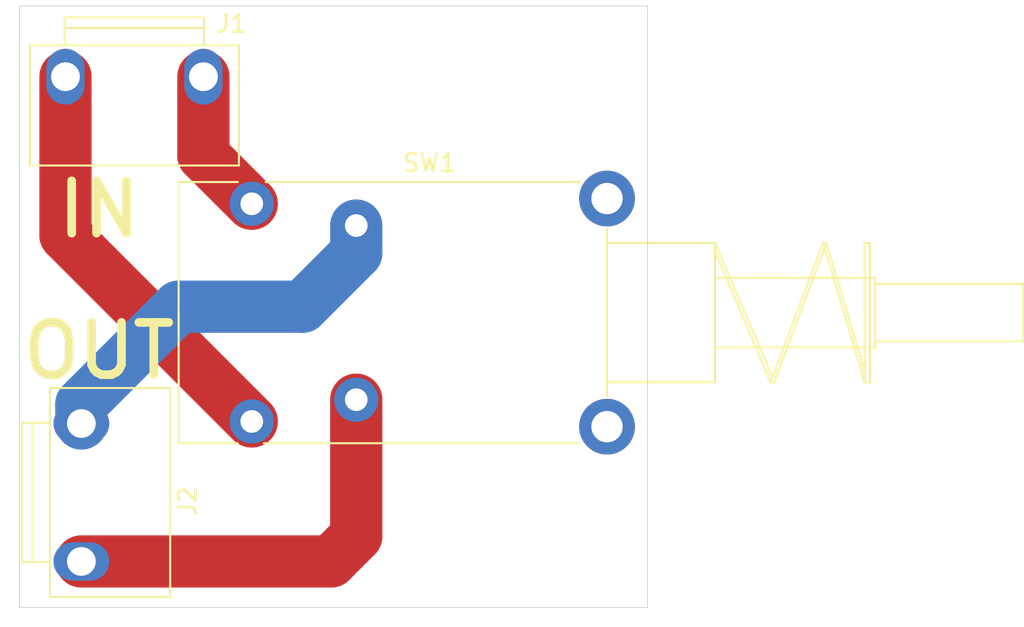
<source format=kicad_pcb>
(kicad_pcb (version 20171130) (host pcbnew "(5.1.0)-1")

  (general
    (thickness 1.6)
    (drawings 6)
    (tracks 12)
    (zones 0)
    (modules 5)
    (nets 5)
  )

  (page A4)
  (layers
    (0 F.Cu signal)
    (31 B.Cu signal)
    (32 B.Adhes user)
    (33 F.Adhes user)
    (34 B.Paste user)
    (35 F.Paste user)
    (36 B.SilkS user)
    (37 F.SilkS user)
    (38 B.Mask user)
    (39 F.Mask user)
    (40 Dwgs.User user)
    (41 Cmts.User user)
    (42 Eco1.User user)
    (43 Eco2.User user)
    (44 Edge.Cuts user)
    (45 Margin user)
    (46 B.CrtYd user)
    (47 F.CrtYd user)
    (48 B.Fab user)
    (49 F.Fab user)
  )

  (setup
    (last_trace_width 3)
    (user_trace_width 2)
    (user_trace_width 3)
    (trace_clearance 0.2)
    (zone_clearance 0.508)
    (zone_45_only no)
    (trace_min 0.2)
    (via_size 0.8)
    (via_drill 0.4)
    (via_min_size 0.4)
    (via_min_drill 0.3)
    (uvia_size 0.3)
    (uvia_drill 0.1)
    (uvias_allowed no)
    (uvia_min_size 0.2)
    (uvia_min_drill 0.1)
    (edge_width 0.05)
    (segment_width 0.2)
    (pcb_text_width 0.3)
    (pcb_text_size 1.5 1.5)
    (mod_edge_width 0.12)
    (mod_text_size 1 1)
    (mod_text_width 0.15)
    (pad_size 1.524 1.524)
    (pad_drill 0.762)
    (pad_to_mask_clearance 0.051)
    (solder_mask_min_width 0.25)
    (aux_axis_origin 0 0)
    (visible_elements FFFFFF7F)
    (pcbplotparams
      (layerselection 0x010fc_ffffffff)
      (usegerberextensions false)
      (usegerberattributes false)
      (usegerberadvancedattributes false)
      (creategerberjobfile false)
      (excludeedgelayer true)
      (linewidth 0.100000)
      (plotframeref false)
      (viasonmask false)
      (mode 1)
      (useauxorigin false)
      (hpglpennumber 1)
      (hpglpenspeed 20)
      (hpglpendiameter 15.000000)
      (psnegative false)
      (psa4output false)
      (plotreference true)
      (plotvalue true)
      (plotinvisibletext false)
      (padsonsilk false)
      (subtractmaskfromsilk false)
      (outputformat 1)
      (mirror false)
      (drillshape 1)
      (scaleselection 1)
      (outputdirectory ""))
  )

  (net 0 "")
  (net 1 "Net-(J1-Pad1)")
  (net 2 "Net-(J1-Pad2)")
  (net 3 "Net-(J2-Pad2)")
  (net 4 "Net-(J2-Pad1)")

  (net_class Default "This is the default net class."
    (clearance 0.2)
    (trace_width 0.25)
    (via_dia 0.8)
    (via_drill 0.4)
    (uvia_dia 0.3)
    (uvia_drill 0.1)
    (add_net "Net-(J1-Pad1)")
    (add_net "Net-(J1-Pad2)")
    (add_net "Net-(J2-Pad1)")
    (add_net "Net-(J2-Pad2)")
  )

  (module MountingHole:MountingHole_3.5mm (layer F.Cu) (tedit 56D1B4CB) (tstamp 5CF10A99)
    (at 92.964 52.324)
    (descr "Mounting Hole 3.5mm, no annular")
    (tags "mounting hole 3.5mm no annular")
    (attr virtual)
    (fp_text reference REF** (at 0 -4.5) (layer F.SilkS) hide
      (effects (font (size 1 1) (thickness 0.15)))
    )
    (fp_text value MountingHole_3.5mm (at 0 4.5) (layer F.Fab)
      (effects (font (size 1 1) (thickness 0.15)))
    )
    (fp_circle (center 0 0) (end 3.75 0) (layer F.CrtYd) (width 0.05))
    (fp_circle (center 0 0) (end 3.5 0) (layer Cmts.User) (width 0.15))
    (fp_text user %R (at 0.3 -4.572) (layer F.Fab)
      (effects (font (size 1 1) (thickness 0.15)))
    )
    (pad 1 np_thru_hole circle (at 0 0) (size 3.5 3.5) (drill 3.5) (layers *.Cu *.Mask))
  )

  (module MountingHole:MountingHole_3.5mm (layer F.Cu) (tedit 56D1B4CB) (tstamp 5CF10EB0)
    (at 107.188 77.216)
    (descr "Mounting Hole 3.5mm, no annular")
    (tags "mounting hole 3.5mm no annular")
    (attr virtual)
    (fp_text reference REF** (at 0 -4.5) (layer F.SilkS) hide
      (effects (font (size 1 1) (thickness 0.15)))
    )
    (fp_text value MountingHole_3.5mm (at 0 4.5) (layer F.Fab)
      (effects (font (size 1 1) (thickness 0.15)))
    )
    (fp_circle (center 0 0) (end 3.75 0) (layer F.CrtYd) (width 0.05))
    (fp_circle (center 0 0) (end 3.5 0) (layer Cmts.User) (width 0.15))
    (fp_text user %R (at 0.3 0) (layer F.Fab)
      (effects (font (size 1 1) (thickness 0.15)))
    )
    (pad 1 np_thru_hole circle (at 0 0) (size 3.5 3.5) (drill 3.5) (layers *.Cu *.Mask))
  )

  (module preample:B2P3-VH (layer F.Cu) (tedit 5CF0A145) (tstamp 5CF1055B)
    (at 82.804 51.308 180)
    (path /5CEE0B48)
    (fp_text reference J1 (at -5.588 3.048 180) (layer F.SilkS)
      (effects (font (size 1 1) (thickness 0.15)))
    )
    (fp_text value Conn_01x02_Female (at 0 -7.5 180) (layer F.Fab)
      (effects (font (size 1 1) (thickness 0.15)))
    )
    (fp_line (start 6 1.8) (end 6 -5.1) (layer F.SilkS) (width 0.12))
    (fp_line (start 6 -5.1) (end -6 -5.1) (layer F.SilkS) (width 0.12))
    (fp_line (start -6 -5.1) (end -6 1.8) (layer F.SilkS) (width 0.12))
    (fp_line (start -4 3.4) (end 4 3.4) (layer F.SilkS) (width 0.12))
    (fp_line (start 4 3.4) (end 4 1.8) (layer F.SilkS) (width 0.12))
    (fp_line (start -4 1.8) (end -4 3.4) (layer F.SilkS) (width 0.12))
    (fp_line (start 4 2.8) (end -4 2.8) (layer F.SilkS) (width 0.12))
    (fp_line (start 6 1.8) (end -6 1.8) (layer F.SilkS) (width 0.12))
    (pad 1 thru_hole oval (at -3.96 0 180) (size 2.2 3.2) (drill 1.65) (layers *.Cu *.Mask)
      (net 1 "Net-(J1-Pad1)"))
    (pad 2 thru_hole oval (at 3.96 0 180) (size 2.2 3.2) (drill 1.65) (layers *.Cu *.Mask)
      (net 2 "Net-(J1-Pad2)"))
  )

  (module preample:B2P3-VH (layer F.Cu) (tedit 5CF0A145) (tstamp 5CF10D14)
    (at 79.756 75.184 270)
    (path /5CEE38A4)
    (fp_text reference J2 (at 0.508 -6.096 270) (layer F.SilkS)
      (effects (font (size 1 1) (thickness 0.15)))
    )
    (fp_text value Conn_01x02_Female (at 0 -7.5 270) (layer F.Fab)
      (effects (font (size 1 1) (thickness 0.15)))
    )
    (fp_line (start 6 1.8) (end -6 1.8) (layer F.SilkS) (width 0.12))
    (fp_line (start 4 2.8) (end -4 2.8) (layer F.SilkS) (width 0.12))
    (fp_line (start -4 1.8) (end -4 3.4) (layer F.SilkS) (width 0.12))
    (fp_line (start 4 3.4) (end 4 1.8) (layer F.SilkS) (width 0.12))
    (fp_line (start -4 3.4) (end 4 3.4) (layer F.SilkS) (width 0.12))
    (fp_line (start -6 -5.1) (end -6 1.8) (layer F.SilkS) (width 0.12))
    (fp_line (start 6 -5.1) (end -6 -5.1) (layer F.SilkS) (width 0.12))
    (fp_line (start 6 1.8) (end 6 -5.1) (layer F.SilkS) (width 0.12))
    (pad 2 thru_hole oval (at 3.96 0 270) (size 2.2 3.2) (drill 1.65) (layers *.Cu *.Mask)
      (net 3 "Net-(J2-Pad2)"))
    (pad 1 thru_hole oval (at -3.96 0 270) (size 2.2 3.2) (drill 1.65) (layers *.Cu *.Mask)
      (net 4 "Net-(J2-Pad1)"))
  )

  (module preample:E-Switch_P227EE1CXC (layer F.Cu) (tedit 5CF09DEC) (tstamp 5CF10472)
    (at 99.740501 64.8555)
    (path /5CEDF750)
    (fp_text reference SW1 (at 0 -8.6) (layer F.SilkS)
      (effects (font (size 1 1) (thickness 0.15)))
    )
    (fp_text value SW_DPST (at 0 -10.5) (layer F.Fab)
      (effects (font (size 1 1) (thickness 0.15)))
    )
    (fp_line (start -14.4 0) (end -14.4 7.5) (layer F.SilkS) (width 0.12))
    (fp_line (start -14.4 7.5) (end -14.4 -7.5) (layer F.SilkS) (width 0.12))
    (fp_line (start -9.4 -7.5) (end 8.7 -7.5) (layer F.SilkS) (width 0.12))
    (fp_line (start 10.2 -4.8) (end 10.2 4.8) (layer F.SilkS) (width 0.12))
    (fp_line (start 8.6 7.5) (end -9.5 7.5) (layer F.SilkS) (width 0.12))
    (fp_line (start 10.2 -4) (end 16.4 -4) (layer F.SilkS) (width 0.12))
    (fp_line (start 10.2 4) (end 16.4 4) (layer F.SilkS) (width 0.12))
    (fp_line (start 16.4 4) (end 16.4 -4) (layer F.SilkS) (width 0.12))
    (fp_line (start 25.6 -1.65) (end 34.1 -1.65) (layer F.SilkS) (width 0.12))
    (fp_line (start 34.1 -1.65) (end 34.1 1.65) (layer F.SilkS) (width 0.12))
    (fp_line (start 34.1 1.65) (end 25.6 1.65) (layer F.SilkS) (width 0.12))
    (fp_line (start 25.6 -2) (end 16.4 -2) (layer F.SilkS) (width 0.12))
    (fp_line (start 25.6 2) (end 16.4 2) (layer F.SilkS) (width 0.12))
    (fp_line (start 25.3 -2.9) (end 25.3 2.9) (layer F.SilkS) (width 0.12))
    (fp_line (start 25.3 4) (end 25.3 -4) (layer F.SilkS) (width 0.12))
    (fp_line (start 25.3 -4) (end 25 -4) (layer F.SilkS) (width 0.12))
    (fp_line (start 25 -4) (end 25 4) (layer F.SilkS) (width 0.12))
    (fp_line (start 25 4) (end 25.3 4) (layer F.SilkS) (width 0.12))
    (fp_line (start 25.6 -2) (end 25.6 2) (layer F.SilkS) (width 0.12))
    (fp_line (start 16.4 -4) (end 19.7 3.7) (layer F.SilkS) (width 0.12))
    (fp_line (start 19.6 4) (end 22.6 -4) (layer F.SilkS) (width 0.12))
    (fp_line (start 22.7 -3.7) (end 25 4) (layer F.SilkS) (width 0.12))
    (fp_line (start 25 3.4) (end 22.8 -4) (layer F.SilkS) (width 0.12))
    (fp_line (start 22.8 -4) (end 22.6 -4) (layer F.SilkS) (width 0.12))
    (fp_line (start 22.8 -4) (end 19.8 4) (layer F.SilkS) (width 0.12))
    (fp_line (start 19.8 4) (end 19.6 4) (layer F.SilkS) (width 0.12))
    (fp_line (start 19.6 4) (end 16.4 -3.5) (layer F.SilkS) (width 0.12))
    (fp_line (start -11 -7.5) (end -14.4 -7.5) (layer F.SilkS) (width 0.12))
    (fp_line (start -14.4 7.5) (end -11 7.5) (layer F.SilkS) (width 0.12))
    (pad 3 thru_hole circle (at -10.2 6.25) (size 2.54 2.54) (drill 1.3) (layers *.Cu *.Mask)
      (net 2 "Net-(J1-Pad2)"))
    (pad 1 thru_hole circle (at -10.2 -6.25) (size 2.54 2.54) (drill 1.3) (layers *.Cu *.Mask)
      (net 1 "Net-(J1-Pad1)"))
    (pad 2 thru_hole circle (at -4.2 -5) (size 2.54 2.54) (drill 1.3) (layers *.Cu *.Mask)
      (net 4 "Net-(J2-Pad1)"))
    (pad 4 thru_hole circle (at -4.2 5) (size 2.54 2.54) (drill 1.3) (layers *.Cu *.Mask)
      (net 3 "Net-(J2-Pad2)"))
    (pad 0 thru_hole circle (at 10.2 6.55) (size 3.2 3.2) (drill 1.8) (layers *.Cu *.Mask))
    (pad 0 thru_hole circle (at 10.2 -6.55) (size 3.2 3.2) (drill 1.8) (layers *.Cu *.Mask))
  )

  (gr_text OUT (at 80.772 67.056) (layer F.SilkS)
    (effects (font (size 3 3) (thickness 0.5)))
  )
  (gr_text IN (at 80.772 58.928) (layer F.SilkS)
    (effects (font (size 3 3) (thickness 0.5)))
  )
  (gr_line (start 76.2 81.788) (end 112.268 81.788) (layer Edge.Cuts) (width 0.05) (tstamp 5CF10909))
  (gr_line (start 76.2 47.244) (end 76.2 81.788) (layer Edge.Cuts) (width 0.05))
  (gr_line (start 112.268 47.244) (end 76.2 47.244) (layer Edge.Cuts) (width 0.05))
  (gr_line (start 112.268 81.788) (end 112.268 47.244) (layer Edge.Cuts) (width 0.05))

  (segment (start 86.764 55.828999) (end 89.540501 58.6055) (width 3) (layer F.Cu) (net 1))
  (segment (start 86.764 51.308) (end 86.764 55.828999) (width 3) (layer F.Cu) (net 1))
  (segment (start 78.844 60.408999) (end 78.844 51.308) (width 3) (layer F.Cu) (net 2))
  (segment (start 89.540501 71.1055) (end 78.844 60.408999) (width 3) (layer F.Cu) (net 2))
  (segment (start 95.540501 69.8555) (end 95.540501 77.687499) (width 3) (layer F.Cu) (net 3))
  (segment (start 94.084 79.144) (end 79.756 79.144) (width 3) (layer F.Cu) (net 3))
  (segment (start 95.540501 77.687499) (end 94.084 79.144) (width 3) (layer F.Cu) (net 3))
  (segment (start 95.540501 61.431499) (end 95.540501 59.8555) (width 3) (layer B.Cu) (net 4))
  (segment (start 92.456 64.516) (end 95.540501 61.431499) (width 3) (layer B.Cu) (net 4))
  (segment (start 85.344 64.516) (end 92.456 64.516) (width 3) (layer B.Cu) (net 4))
  (segment (start 79.756 71.224) (end 79.756 70.104) (width 3) (layer B.Cu) (net 4))
  (segment (start 79.756 70.104) (end 85.344 64.516) (width 3) (layer B.Cu) (net 4))

)

</source>
